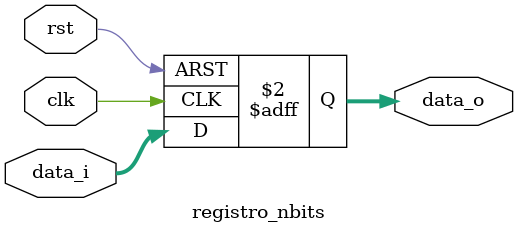
<source format=v>
`timescale 1ns / 1ps
module registro_nbits #(parameter largo = 24)(
	input clk,
	input rst,
	input [largo:0] data_i,
	output reg [largo:0] data_o
    );
	
//reg [largo:0] data_o;
	
always @(posedge clk, posedge rst)
	if (rst)
		data_o <= 0;
	else if (clk)	
		data_o <= data_i;

endmodule

</source>
